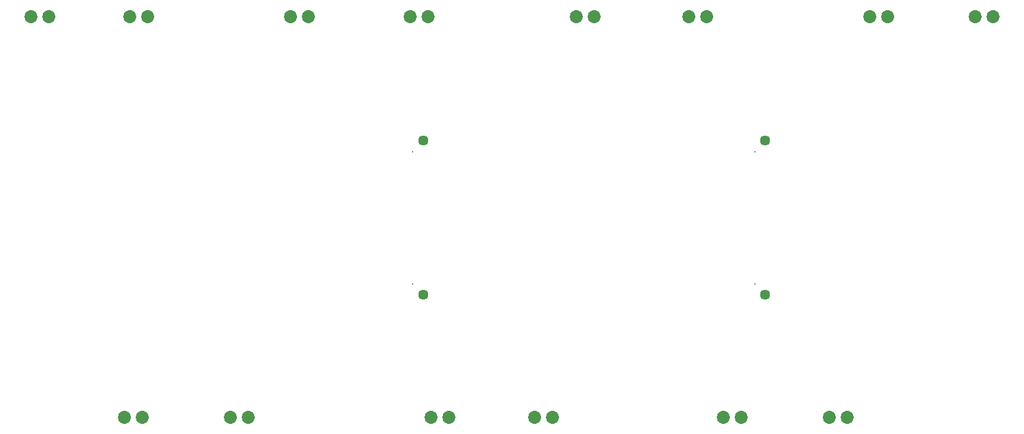
<source format=gbs>
%FSLAX23Y23*%
%MOIN*%
%SFA1B1*%

%IPPOS*%
%ADD22C,0.057090*%
%ADD23C,0.010000*%
%ADD24C,0.072990*%
%LNbms_sub-1*%
%LPD*%
G54D22*
X4260Y846D03*
Y1712D03*
X2346Y846D03*
Y1712D03*
G54D23*
X4201Y909D03*
Y1649D03*
X2287Y909D03*
Y1649D03*
G54D24*
X2969Y162D03*
X3069D03*
X4620D03*
X4720D03*
X2490D03*
X2390D03*
X249Y2403D03*
X149D03*
X4945D03*
X4845D03*
X1266Y162D03*
X1366D03*
X704Y2403D03*
X804D03*
X2271D03*
X2371D03*
X5436D03*
X5536D03*
X4127Y162D03*
X4027D03*
X3832Y2403D03*
X3932D03*
X3304D03*
X3204D03*
X1702D03*
X1602D03*
X771Y162D03*
X671D03*
M02*
</source>
